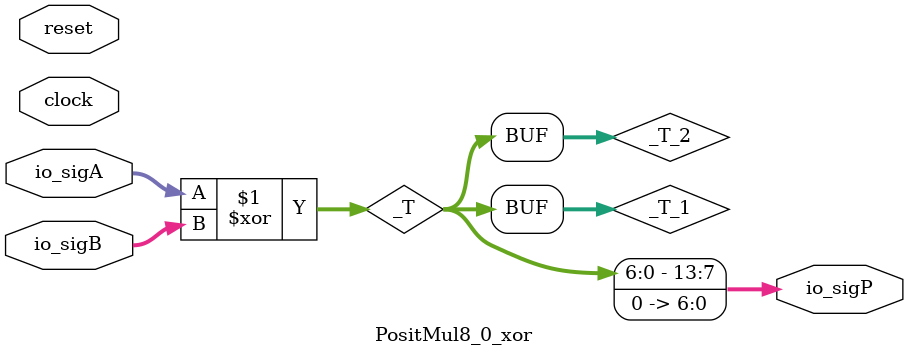
<source format=v>
module PositMul8_0_xor(
  input         clock,
  input         reset,
  input  [6:0]  io_sigA,
  input  [6:0]  io_sigB,
  output [13:0] io_sigP
);
  wire [6:0] _T; // @[PositMul.scala 51:23]
  wire [6:0] _T_1; // @[PositMul.scala 51:23]
  wire [6:0] _T_2; // @[Cat.scala 29:58]
  assign _T = $signed(io_sigA) ^ $signed(io_sigB); // @[PositMul.scala 51:23]
  assign _T_1 = $signed(_T); // @[PositMul.scala 51:23]
  assign _T_2 = $unsigned(_T_1); // @[Cat.scala 29:58]
  assign io_sigP = {_T_2,7'h0}; // @[PositMul.scala 51:9]
endmodule

</source>
